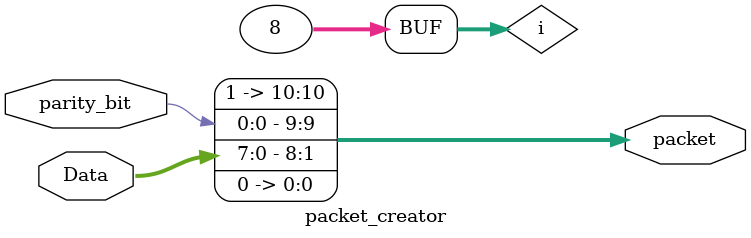
<source format=v>
`timescale 1ns/1ps

module packet_creator(
  input parity_bit,
  input [7:0] Data,
  output reg [10:0] packet = 0
);
  
  integer i;
  always@(Data or parity_bit)
    begin
      packet = 0; // Fill the packet with zeroes
      packet[0] <= 0; // Start bit
      
      for(i=0; i<8 ; i=i+1)
        packet[i+1] <= Data[i]; // Insert data
      
      packet[9] = parity_bit; // Parity bit
      packet[10] = 1; // Stop bit

    end
  
endmodule
</source>
